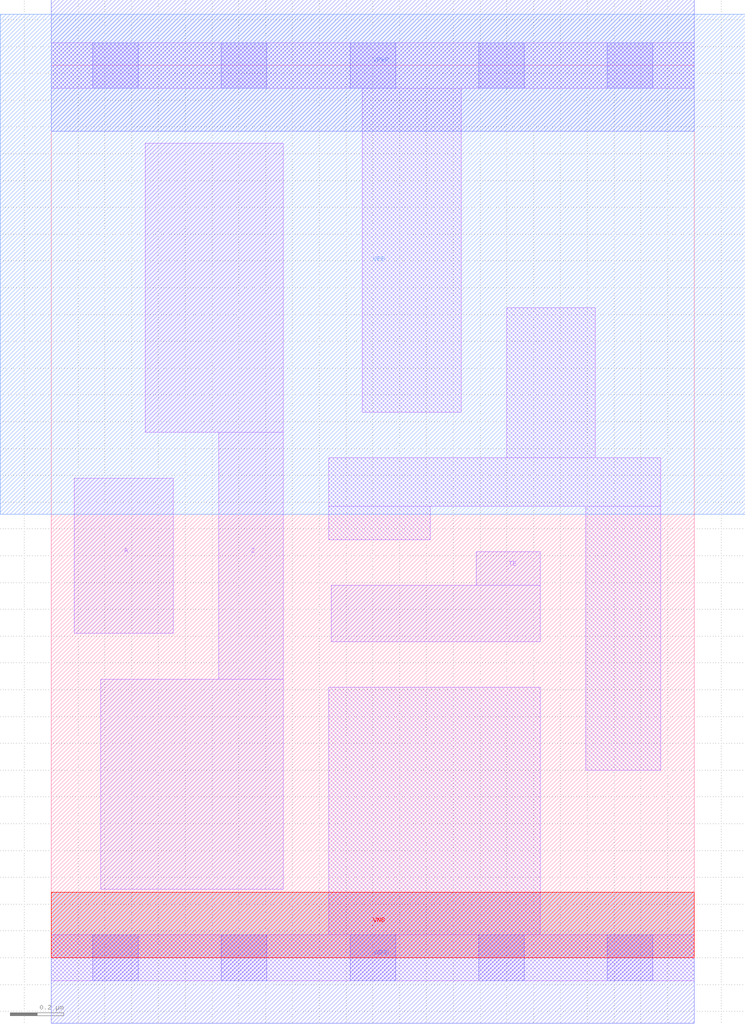
<source format=lef>
# Copyright 2020 The SkyWater PDK Authors
#
# Licensed under the Apache License, Version 2.0 (the "License");
# you may not use this file except in compliance with the License.
# You may obtain a copy of the License at
#
#     https://www.apache.org/licenses/LICENSE-2.0
#
# Unless required by applicable law or agreed to in writing, software
# distributed under the License is distributed on an "AS IS" BASIS,
# WITHOUT WARRANTIES OR CONDITIONS OF ANY KIND, either express or implied.
# See the License for the specific language governing permissions and
# limitations under the License.
#
# SPDX-License-Identifier: Apache-2.0

VERSION 5.7 ;
  NOWIREEXTENSIONATPIN ON ;
  DIVIDERCHAR "/" ;
  BUSBITCHARS "[]" ;
MACRO sky130_fd_sc_lp__einvp_1
  CLASS CORE ;
  FOREIGN sky130_fd_sc_lp__einvp_1 ;
  ORIGIN  0.000000  0.000000 ;
  SIZE  2.400000 BY  3.330000 ;
  SYMMETRY X Y R90 ;
  SITE unit ;
  PIN A
    ANTENNAGATEAREA  0.276000 ;
    DIRECTION INPUT ;
    USE SIGNAL ;
    PORT
      LAYER li1 ;
        RECT 0.085000 1.210000 0.455000 1.790000 ;
    END
  END A
  PIN TE
    ANTENNAGATEAREA  0.252000 ;
    DIRECTION INPUT ;
    USE SIGNAL ;
    PORT
      LAYER li1 ;
        RECT 1.045000 1.180000 1.825000 1.390000 ;
        RECT 1.585000 1.390000 1.825000 1.515000 ;
    END
  END TE
  PIN Z
    ANTENNADIFFAREA  0.507600 ;
    DIRECTION OUTPUT ;
    USE SIGNAL ;
    PORT
      LAYER li1 ;
        RECT 0.185000 0.255000 0.865000 1.040000 ;
        RECT 0.350000 1.960000 0.865000 3.040000 ;
        RECT 0.625000 1.040000 0.865000 1.960000 ;
    END
  END Z
  PIN VGND
    DIRECTION INOUT ;
    USE GROUND ;
    PORT
      LAYER met1 ;
        RECT 0.000000 -0.245000 2.400000 0.245000 ;
    END
  END VGND
  PIN VNB
    DIRECTION INOUT ;
    USE GROUND ;
    PORT
      LAYER pwell ;
        RECT 0.000000 0.000000 2.400000 0.245000 ;
    END
  END VNB
  PIN VPB
    DIRECTION INOUT ;
    USE POWER ;
    PORT
      LAYER nwell ;
        RECT -0.190000 1.655000 2.590000 3.520000 ;
    END
  END VPB
  PIN VPWR
    DIRECTION INOUT ;
    USE POWER ;
    PORT
      LAYER met1 ;
        RECT 0.000000 3.085000 2.400000 3.575000 ;
    END
  END VPWR
  OBS
    LAYER li1 ;
      RECT 0.000000 -0.085000 2.400000 0.085000 ;
      RECT 0.000000  3.245000 2.400000 3.415000 ;
      RECT 1.035000  0.085000 1.825000 1.010000 ;
      RECT 1.035000  1.560000 1.415000 1.685000 ;
      RECT 1.035000  1.685000 2.275000 1.865000 ;
      RECT 1.160000  2.035000 1.530000 3.245000 ;
      RECT 1.700000  1.865000 2.030000 2.425000 ;
      RECT 1.995000  0.700000 2.275000 1.685000 ;
    LAYER mcon ;
      RECT 0.155000 -0.085000 0.325000 0.085000 ;
      RECT 0.155000  3.245000 0.325000 3.415000 ;
      RECT 0.635000 -0.085000 0.805000 0.085000 ;
      RECT 0.635000  3.245000 0.805000 3.415000 ;
      RECT 1.115000 -0.085000 1.285000 0.085000 ;
      RECT 1.115000  3.245000 1.285000 3.415000 ;
      RECT 1.595000 -0.085000 1.765000 0.085000 ;
      RECT 1.595000  3.245000 1.765000 3.415000 ;
      RECT 2.075000 -0.085000 2.245000 0.085000 ;
      RECT 2.075000  3.245000 2.245000 3.415000 ;
  END
END sky130_fd_sc_lp__einvp_1
END LIBRARY

</source>
